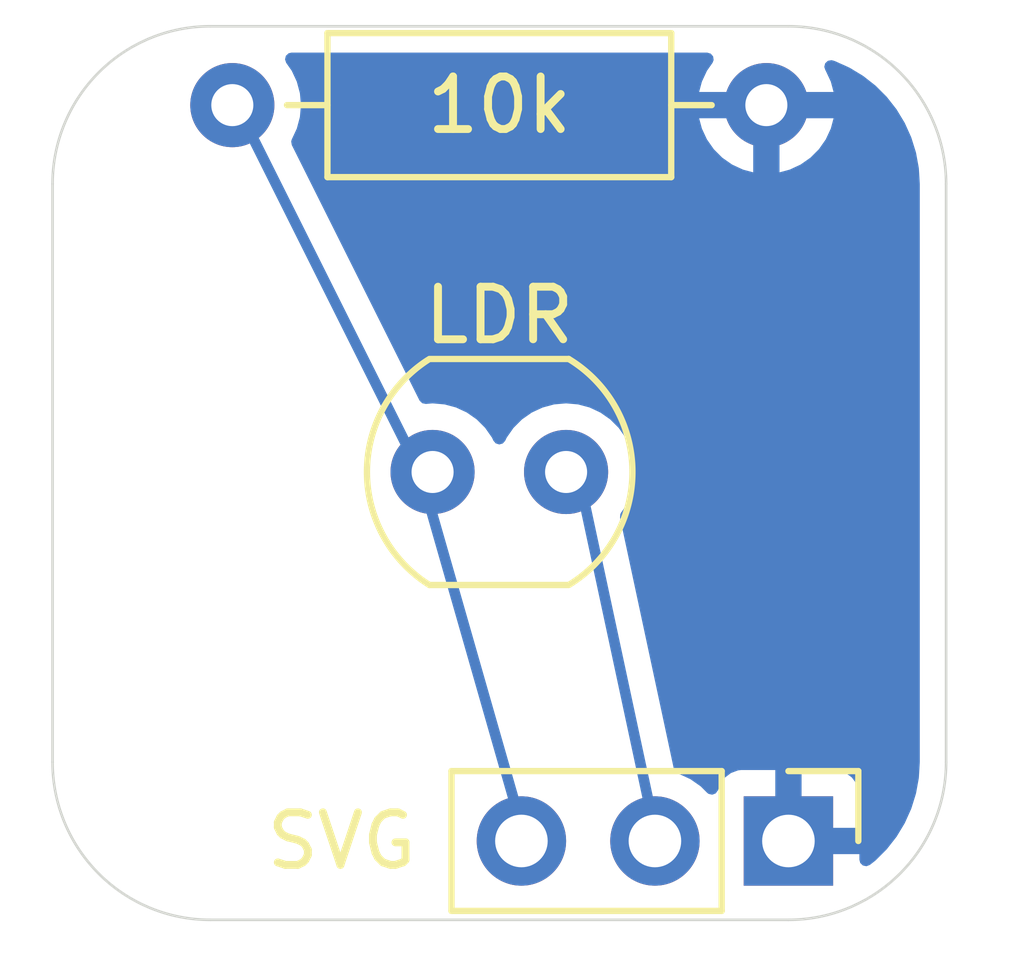
<source format=kicad_pcb>
(kicad_pcb (version 20240108) (generator "pcbnew") (generator_version "8.0")
  (layers (0 "F.Cu" signal) (31 "B.Cu" signal) (34 "B.Paste" user) (35 "F.Paste" user) (36 "B.SilkS" user "B.Silkscreen") (37 "F.SilkS" user "F.Silkscreen") (38 "B.Mask" user) (39 "F.Mask" user) (44 "Edge.Cuts" user))
  (net 0 "")
  (net 1 "/3v3")
  (net 2 "/GND")
  (net 3 "/SIGNAL")
  (footprint "Resistor_THT:R_Axial_DIN0207_L6.3mm_D2.5mm_P10.16mm_Horizontal" (layer "F.Cu") (at 55.42 58.5)
    (property "Reference" "10k" (at 5.08 0 0) (layer "F.SilkS"))
    (property "Value" "R")
    (fp_line (start 1.04 0) (end 1.81 0) (stroke (width 0.12)) (layer "F.SilkS"))
    (fp_line (start 1.81 -1.37) (end 1.81 1.37) (stroke (width 0.12)) (layer "F.SilkS"))
    (fp_line (start 1.81 1.37) (end 8.35 1.37) (stroke (width 0.12)) (layer "F.SilkS"))
    (fp_line (start 8.35 -1.37) (end 1.81 -1.37) (stroke (width 0.12)) (layer "F.SilkS"))
    (fp_line (start 8.35 1.37) (end 8.35 -1.37) (stroke (width 0.12)) (layer "F.SilkS"))
    (fp_line (start 9.12 0) (end 8.35 0) (stroke (width 0.12)) (layer "F.SilkS"))
    (pad "1" thru_hole circle (at 0 0) (size 1.6 1.6) (drill 0.8) (layers "*.Cu" "*.Mask") (net 3 "/SIGNAL"))
    (pad "2" thru_hole oval (at 10.16 0) (size 1.6 1.6) (drill 0.8) (layers "*.Cu" "*.Mask") (net 2 "/GND"))
  )
  (footprint "OptoDevice:R_LDR_4.9x4.2mm_P2.54mm_Vertical" (layer "F.Cu") (at 61.77 65.479729 180)
    (property "Reference" "LDR" (at 1.27 2.979729 180) (layer "F.SilkS"))
    (property "Value" "VT93xx")
    (fp_line (start -0.05 2.15) (end 2.6 2.15) (stroke (width 0.12)) (layer "F.SilkS"))
    (fp_line (start -0.05 -2.15) (end 2.6 -2.15) (stroke (width 0.12)) (layer "F.SilkS"))
    (fp_arc (start 2.6 -2.15) (mid 3.788646 -0.016616) (end 2.628027 2.132145) (stroke (width 0.12)) (layer "F.SilkS"))
    (fp_arc (start -0.05 2.15) (mid -1.262424 0.01494) (end -0.075476 -2.134388) (stroke (width 0.12)) (layer "F.SilkS"))
    (pad "1" thru_hole circle (at 0 0 180) (size 1.6 1.6) (drill 0.8) (layers "*.Cu" "*.Mask") (net 1 "/3v3"))
    (pad "2" thru_hole circle (at 2.54 0 180) (size 1.6 1.6) (drill 0.8) (layers "*.Cu" "*.Mask") (net 3 "/SIGNAL"))
  )
  (footprint "Connector_PinHeader_2.54mm:PinHeader_1x03_P2.54mm_Vertical" (layer "F.Cu") (at 66 72.5 -90)
    (property "Reference" "SVG" (at 0 8.5 180) (layer "F.SilkS"))
    (property "Value" "Conn_01x03_Pin")
    (fp_line (start -1.33 6.41) (end 1.33 6.41) (stroke (width 0.12)) (layer "F.SilkS"))
    (fp_line (start -1.33 1.27) (end -1.33 6.41) (stroke (width 0.12)) (layer "F.SilkS"))
    (fp_line (start -1.33 1.27) (end 1.33 1.27) (stroke (width 0.12)) (layer "F.SilkS"))
    (fp_line (start 1.33 1.27) (end 1.33 6.41) (stroke (width 0.12)) (layer "F.SilkS"))
    (fp_line (start -1.33 0) (end -1.33 -1.33) (stroke (width 0.12)) (layer "F.SilkS"))
    (fp_line (start -1.33 -1.33) (end 0 -1.33) (stroke (width 0.12)) (layer "F.SilkS"))
    (pad "1" thru_hole rect (at 0 0 270) (size 1.7 1.7) (drill 1) (layers "*.Cu" "*.Mask") (net 2 "/GND"))
    (pad "2" thru_hole oval (at 0 2.54 270) (size 1.7 1.7) (drill 1) (layers "*.Cu" "*.Mask") (net 1 "/3v3"))
    (pad "3" thru_hole oval (at 0 5.08 270) (size 1.7 1.7) (drill 1) (layers "*.Cu" "*.Mask") (net 3 "/SIGNAL"))
  )
  (gr_line (start 65.5 58.5) (end 66 72.5) (stroke (width 0.2)) (layer "B.Cu") (net 2))
  (gr_line (start 55.5 58.5) (end 59 65.5) (stroke (width 0.2)) (layer "B.Cu") (net 3))
  (gr_line (start 63.5 72.5) (end 62 65.5) (stroke (width 0.2)) (layer "B.Cu") (net 1))
  (gr_line (start 59 65.5) (end 61 72.5) (stroke (width 0.2)) (layer "B.Cu") (net 3))
  (gr_line (start 55 57) (end 66 57) (stroke (width 0.05)) (layer "Edge.Cuts"))
  (gr_arc (start 55 74) (mid 52.87868 73.12132) (end 52 71) (stroke (width 0.05)) (layer "Edge.Cuts"))
  (gr_arc (start 52 60) (mid 52.87868 57.87868) (end 55 57) (stroke (width 0.05)) (layer "Edge.Cuts"))
  (gr_line (start 69 60) (end 69 71) (stroke (width 0.05)) (layer "Edge.Cuts"))
  (gr_line (start 52 60) (end 52 71) (stroke (width 0.05)) (layer "Edge.Cuts"))
  (gr_line (start 66 74) (end 55 74) (stroke (width 0.05)) (layer "Edge.Cuts"))
  (gr_arc (start 69 71) (mid 68.12132 73.12132) (end 66 74) (stroke (width 0.05)) (layer "Edge.Cuts"))
  (gr_arc (start 66 57) (mid 68.12132 57.87868) (end 69 60) (stroke (width 0.05)) (layer "Edge.Cuts"))
  (zone (net 2) (net_name "/GND") (layer "B.Cu") (connect_pads (clearance 0.5)) (min_thickness 0.25) (fill yes (thermal_gap 0.5) (thermal_bridge_width 0.5))
    (polygon (pts (xy 70.5 56.5) (xy 51 56.5) (xy 51 75) (xy 70 75)))
  )
)
</source>
